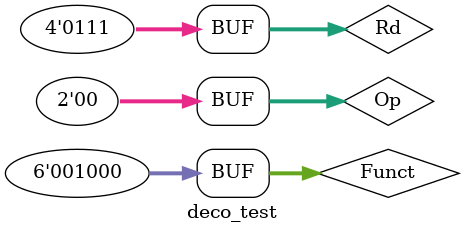
<source format=v>
`timescale 1ns / 1ps


module deco_test;

	// Inputs
	reg [3:0] Rd;
	reg [1:0] Op;
	reg [5:0] Funct;

	// Outputs
	wire PCs;
	wire RegW;
	wire MemW;
	wire MemtoReg;
	wire ALUSrc;
	wire [1:0] ImmSrc;
	wire [1:0] RegSrc;
	wire [1:0] ALUControl;
	wire [1:0] FlagW;

	// Instantiate the Unit Under Test (UUT)
	Decoder uut (
		.Rd(Rd), 
		.Op(Op), 
		.Funct(Funct), 
		.PCs(PCs), 
		.RegW(RegW), 
		.MemW(MemW), 
		.MemtoReg(MemtoReg), 
		.ALUSrc(ALUSrc), 
		.ImmSrc(ImmSrc), 
		.RegSrc(RegSrc), 
		.ALUControl(ALUControl), 
		.FlagW(FlagW)
	);

	initial begin
		// Initialize Inputs
		Rd = 0;
		Op = 0;
		Funct = 0;

		// Wait 100 ns for global reset to finish
		#100;
        
		// Add stimulus here
		Rd = 7;
		Op = 0;
		Funct = 8;
	end
      
endmodule


</source>
